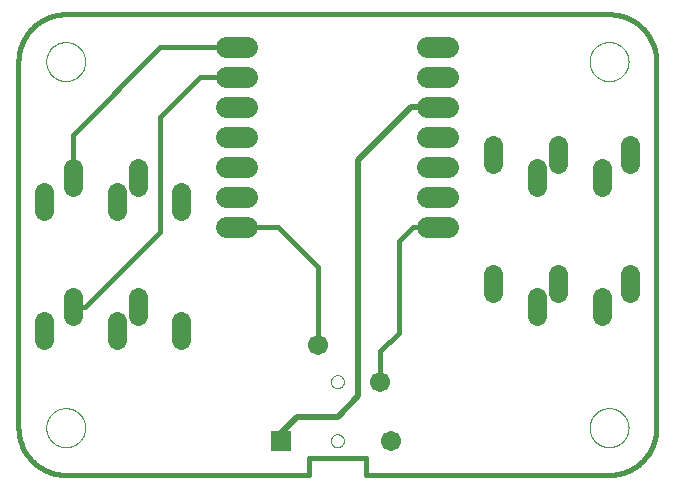
<source format=gtl>
G75*
%MOIN*%
%OFA0B0*%
%FSLAX25Y25*%
%IPPOS*%
%LPD*%
%AMOC8*
5,1,8,0,0,1.08239X$1,22.5*
%
%ADD10C,0.01600*%
%ADD11C,0.00000*%
%ADD12C,0.06337*%
%ADD13R,0.06731X0.06731*%
%ADD14C,0.06731*%
%ADD15C,0.07000*%
%ADD16C,0.02000*%
D10*
X0029642Y0013894D02*
X0110744Y0013894D01*
X0110744Y0019406D01*
X0129642Y0019406D01*
X0129642Y0013894D01*
X0210744Y0013894D01*
X0211125Y0013899D01*
X0211505Y0013912D01*
X0211885Y0013935D01*
X0212264Y0013968D01*
X0212642Y0014009D01*
X0213019Y0014059D01*
X0213395Y0014119D01*
X0213770Y0014187D01*
X0214142Y0014265D01*
X0214513Y0014352D01*
X0214881Y0014447D01*
X0215247Y0014552D01*
X0215610Y0014665D01*
X0215971Y0014787D01*
X0216328Y0014917D01*
X0216682Y0015057D01*
X0217033Y0015204D01*
X0217380Y0015361D01*
X0217723Y0015525D01*
X0218062Y0015698D01*
X0218397Y0015879D01*
X0218728Y0016068D01*
X0219053Y0016265D01*
X0219374Y0016469D01*
X0219690Y0016682D01*
X0220000Y0016902D01*
X0220306Y0017129D01*
X0220605Y0017364D01*
X0220899Y0017606D01*
X0221187Y0017854D01*
X0221469Y0018110D01*
X0221744Y0018373D01*
X0222013Y0018642D01*
X0222276Y0018917D01*
X0222532Y0019199D01*
X0222780Y0019487D01*
X0223022Y0019781D01*
X0223257Y0020080D01*
X0223484Y0020386D01*
X0223704Y0020696D01*
X0223917Y0021012D01*
X0224121Y0021333D01*
X0224318Y0021658D01*
X0224507Y0021989D01*
X0224688Y0022324D01*
X0224861Y0022663D01*
X0225025Y0023006D01*
X0225182Y0023353D01*
X0225329Y0023704D01*
X0225469Y0024058D01*
X0225599Y0024415D01*
X0225721Y0024776D01*
X0225834Y0025139D01*
X0225939Y0025505D01*
X0226034Y0025873D01*
X0226121Y0026244D01*
X0226199Y0026616D01*
X0226267Y0026991D01*
X0226327Y0027367D01*
X0226377Y0027744D01*
X0226418Y0028122D01*
X0226451Y0028501D01*
X0226474Y0028881D01*
X0226487Y0029261D01*
X0226492Y0029642D01*
X0226492Y0151689D01*
X0226487Y0152070D01*
X0226474Y0152450D01*
X0226451Y0152830D01*
X0226418Y0153209D01*
X0226377Y0153587D01*
X0226327Y0153964D01*
X0226267Y0154340D01*
X0226199Y0154715D01*
X0226121Y0155087D01*
X0226034Y0155458D01*
X0225939Y0155826D01*
X0225834Y0156192D01*
X0225721Y0156555D01*
X0225599Y0156916D01*
X0225469Y0157273D01*
X0225329Y0157627D01*
X0225182Y0157978D01*
X0225025Y0158325D01*
X0224861Y0158668D01*
X0224688Y0159007D01*
X0224507Y0159342D01*
X0224318Y0159673D01*
X0224121Y0159998D01*
X0223917Y0160319D01*
X0223704Y0160635D01*
X0223484Y0160945D01*
X0223257Y0161251D01*
X0223022Y0161550D01*
X0222780Y0161844D01*
X0222532Y0162132D01*
X0222276Y0162414D01*
X0222013Y0162689D01*
X0221744Y0162958D01*
X0221469Y0163221D01*
X0221187Y0163477D01*
X0220899Y0163725D01*
X0220605Y0163967D01*
X0220306Y0164202D01*
X0220000Y0164429D01*
X0219690Y0164649D01*
X0219374Y0164862D01*
X0219053Y0165066D01*
X0218728Y0165263D01*
X0218397Y0165452D01*
X0218062Y0165633D01*
X0217723Y0165806D01*
X0217380Y0165970D01*
X0217033Y0166127D01*
X0216682Y0166274D01*
X0216328Y0166414D01*
X0215971Y0166544D01*
X0215610Y0166666D01*
X0215247Y0166779D01*
X0214881Y0166884D01*
X0214513Y0166979D01*
X0214142Y0167066D01*
X0213770Y0167144D01*
X0213395Y0167212D01*
X0213019Y0167272D01*
X0212642Y0167322D01*
X0212264Y0167363D01*
X0211885Y0167396D01*
X0211505Y0167419D01*
X0211125Y0167432D01*
X0210744Y0167437D01*
X0029642Y0167437D01*
X0029261Y0167432D01*
X0028881Y0167419D01*
X0028501Y0167396D01*
X0028122Y0167363D01*
X0027744Y0167322D01*
X0027367Y0167272D01*
X0026991Y0167212D01*
X0026616Y0167144D01*
X0026244Y0167066D01*
X0025873Y0166979D01*
X0025505Y0166884D01*
X0025139Y0166779D01*
X0024776Y0166666D01*
X0024415Y0166544D01*
X0024058Y0166414D01*
X0023704Y0166274D01*
X0023353Y0166127D01*
X0023006Y0165970D01*
X0022663Y0165806D01*
X0022324Y0165633D01*
X0021989Y0165452D01*
X0021658Y0165263D01*
X0021333Y0165066D01*
X0021012Y0164862D01*
X0020696Y0164649D01*
X0020386Y0164429D01*
X0020080Y0164202D01*
X0019781Y0163967D01*
X0019487Y0163725D01*
X0019199Y0163477D01*
X0018917Y0163221D01*
X0018642Y0162958D01*
X0018373Y0162689D01*
X0018110Y0162414D01*
X0017854Y0162132D01*
X0017606Y0161844D01*
X0017364Y0161550D01*
X0017129Y0161251D01*
X0016902Y0160945D01*
X0016682Y0160635D01*
X0016469Y0160319D01*
X0016265Y0159998D01*
X0016068Y0159673D01*
X0015879Y0159342D01*
X0015698Y0159007D01*
X0015525Y0158668D01*
X0015361Y0158325D01*
X0015204Y0157978D01*
X0015057Y0157627D01*
X0014917Y0157273D01*
X0014787Y0156916D01*
X0014665Y0156555D01*
X0014552Y0156192D01*
X0014447Y0155826D01*
X0014352Y0155458D01*
X0014265Y0155087D01*
X0014187Y0154715D01*
X0014119Y0154340D01*
X0014059Y0153964D01*
X0014009Y0153587D01*
X0013968Y0153209D01*
X0013935Y0152830D01*
X0013912Y0152450D01*
X0013899Y0152070D01*
X0013894Y0151689D01*
X0013894Y0029642D01*
X0013899Y0029261D01*
X0013912Y0028881D01*
X0013935Y0028501D01*
X0013968Y0028122D01*
X0014009Y0027744D01*
X0014059Y0027367D01*
X0014119Y0026991D01*
X0014187Y0026616D01*
X0014265Y0026244D01*
X0014352Y0025873D01*
X0014447Y0025505D01*
X0014552Y0025139D01*
X0014665Y0024776D01*
X0014787Y0024415D01*
X0014917Y0024058D01*
X0015057Y0023704D01*
X0015204Y0023353D01*
X0015361Y0023006D01*
X0015525Y0022663D01*
X0015698Y0022324D01*
X0015879Y0021989D01*
X0016068Y0021658D01*
X0016265Y0021333D01*
X0016469Y0021012D01*
X0016682Y0020696D01*
X0016902Y0020386D01*
X0017129Y0020080D01*
X0017364Y0019781D01*
X0017606Y0019487D01*
X0017854Y0019199D01*
X0018110Y0018917D01*
X0018373Y0018642D01*
X0018642Y0018373D01*
X0018917Y0018110D01*
X0019199Y0017854D01*
X0019487Y0017606D01*
X0019781Y0017364D01*
X0020080Y0017129D01*
X0020386Y0016902D01*
X0020696Y0016682D01*
X0021012Y0016469D01*
X0021333Y0016265D01*
X0021658Y0016068D01*
X0021989Y0015879D01*
X0022324Y0015698D01*
X0022663Y0015525D01*
X0023006Y0015361D01*
X0023353Y0015204D01*
X0023704Y0015057D01*
X0024058Y0014917D01*
X0024415Y0014787D01*
X0024776Y0014665D01*
X0025139Y0014552D01*
X0025505Y0014447D01*
X0025873Y0014352D01*
X0026244Y0014265D01*
X0026616Y0014187D01*
X0026991Y0014119D01*
X0027367Y0014059D01*
X0027744Y0014009D01*
X0028122Y0013968D01*
X0028501Y0013935D01*
X0028881Y0013912D01*
X0029261Y0013899D01*
X0029642Y0013894D01*
X0032004Y0069996D02*
X0036066Y0069996D01*
X0060954Y0094884D01*
X0060954Y0133104D01*
X0074330Y0146480D01*
X0090193Y0146480D01*
X0090193Y0156480D02*
X0061190Y0156480D01*
X0032004Y0127294D01*
X0032004Y0112909D01*
X0090193Y0096480D02*
X0100567Y0096480D01*
X0113894Y0083154D01*
X0113894Y0057201D01*
X0134366Y0055066D02*
X0134366Y0044996D01*
X0134366Y0055066D02*
X0140573Y0061273D01*
X0140573Y0091800D01*
X0145253Y0096480D01*
X0150193Y0096480D01*
D11*
X0118028Y0044996D02*
X0118030Y0045089D01*
X0118036Y0045181D01*
X0118046Y0045273D01*
X0118060Y0045364D01*
X0118077Y0045455D01*
X0118099Y0045545D01*
X0118124Y0045634D01*
X0118153Y0045722D01*
X0118186Y0045808D01*
X0118223Y0045893D01*
X0118263Y0045977D01*
X0118307Y0046058D01*
X0118354Y0046138D01*
X0118404Y0046216D01*
X0118458Y0046291D01*
X0118515Y0046364D01*
X0118575Y0046434D01*
X0118638Y0046502D01*
X0118704Y0046567D01*
X0118772Y0046629D01*
X0118843Y0046689D01*
X0118917Y0046745D01*
X0118993Y0046798D01*
X0119071Y0046847D01*
X0119151Y0046894D01*
X0119233Y0046936D01*
X0119317Y0046976D01*
X0119402Y0047011D01*
X0119489Y0047043D01*
X0119577Y0047072D01*
X0119666Y0047096D01*
X0119756Y0047117D01*
X0119847Y0047133D01*
X0119939Y0047146D01*
X0120031Y0047155D01*
X0120124Y0047160D01*
X0120216Y0047161D01*
X0120309Y0047158D01*
X0120401Y0047151D01*
X0120493Y0047140D01*
X0120584Y0047125D01*
X0120675Y0047107D01*
X0120765Y0047084D01*
X0120853Y0047058D01*
X0120941Y0047028D01*
X0121027Y0046994D01*
X0121111Y0046957D01*
X0121194Y0046915D01*
X0121275Y0046871D01*
X0121355Y0046823D01*
X0121432Y0046772D01*
X0121506Y0046717D01*
X0121579Y0046659D01*
X0121649Y0046599D01*
X0121716Y0046535D01*
X0121780Y0046469D01*
X0121842Y0046399D01*
X0121900Y0046328D01*
X0121955Y0046254D01*
X0122007Y0046177D01*
X0122056Y0046098D01*
X0122102Y0046018D01*
X0122144Y0045935D01*
X0122182Y0045851D01*
X0122217Y0045765D01*
X0122248Y0045678D01*
X0122275Y0045590D01*
X0122298Y0045500D01*
X0122318Y0045410D01*
X0122334Y0045319D01*
X0122346Y0045227D01*
X0122354Y0045135D01*
X0122358Y0045042D01*
X0122358Y0044950D01*
X0122354Y0044857D01*
X0122346Y0044765D01*
X0122334Y0044673D01*
X0122318Y0044582D01*
X0122298Y0044492D01*
X0122275Y0044402D01*
X0122248Y0044314D01*
X0122217Y0044227D01*
X0122182Y0044141D01*
X0122144Y0044057D01*
X0122102Y0043974D01*
X0122056Y0043894D01*
X0122007Y0043815D01*
X0121955Y0043738D01*
X0121900Y0043664D01*
X0121842Y0043593D01*
X0121780Y0043523D01*
X0121716Y0043457D01*
X0121649Y0043393D01*
X0121579Y0043333D01*
X0121506Y0043275D01*
X0121432Y0043220D01*
X0121355Y0043169D01*
X0121276Y0043121D01*
X0121194Y0043077D01*
X0121111Y0043035D01*
X0121027Y0042998D01*
X0120941Y0042964D01*
X0120853Y0042934D01*
X0120765Y0042908D01*
X0120675Y0042885D01*
X0120584Y0042867D01*
X0120493Y0042852D01*
X0120401Y0042841D01*
X0120309Y0042834D01*
X0120216Y0042831D01*
X0120124Y0042832D01*
X0120031Y0042837D01*
X0119939Y0042846D01*
X0119847Y0042859D01*
X0119756Y0042875D01*
X0119666Y0042896D01*
X0119577Y0042920D01*
X0119489Y0042949D01*
X0119402Y0042981D01*
X0119317Y0043016D01*
X0119233Y0043056D01*
X0119151Y0043098D01*
X0119071Y0043145D01*
X0118993Y0043194D01*
X0118917Y0043247D01*
X0118843Y0043303D01*
X0118772Y0043363D01*
X0118704Y0043425D01*
X0118638Y0043490D01*
X0118575Y0043558D01*
X0118515Y0043628D01*
X0118458Y0043701D01*
X0118404Y0043776D01*
X0118354Y0043854D01*
X0118307Y0043934D01*
X0118263Y0044015D01*
X0118223Y0044099D01*
X0118186Y0044184D01*
X0118153Y0044270D01*
X0118124Y0044358D01*
X0118099Y0044447D01*
X0118077Y0044537D01*
X0118060Y0044628D01*
X0118046Y0044719D01*
X0118036Y0044811D01*
X0118030Y0044903D01*
X0118028Y0044996D01*
X0118028Y0025311D02*
X0118030Y0025404D01*
X0118036Y0025496D01*
X0118046Y0025588D01*
X0118060Y0025679D01*
X0118077Y0025770D01*
X0118099Y0025860D01*
X0118124Y0025949D01*
X0118153Y0026037D01*
X0118186Y0026123D01*
X0118223Y0026208D01*
X0118263Y0026292D01*
X0118307Y0026373D01*
X0118354Y0026453D01*
X0118404Y0026531D01*
X0118458Y0026606D01*
X0118515Y0026679D01*
X0118575Y0026749D01*
X0118638Y0026817D01*
X0118704Y0026882D01*
X0118772Y0026944D01*
X0118843Y0027004D01*
X0118917Y0027060D01*
X0118993Y0027113D01*
X0119071Y0027162D01*
X0119151Y0027209D01*
X0119233Y0027251D01*
X0119317Y0027291D01*
X0119402Y0027326D01*
X0119489Y0027358D01*
X0119577Y0027387D01*
X0119666Y0027411D01*
X0119756Y0027432D01*
X0119847Y0027448D01*
X0119939Y0027461D01*
X0120031Y0027470D01*
X0120124Y0027475D01*
X0120216Y0027476D01*
X0120309Y0027473D01*
X0120401Y0027466D01*
X0120493Y0027455D01*
X0120584Y0027440D01*
X0120675Y0027422D01*
X0120765Y0027399D01*
X0120853Y0027373D01*
X0120941Y0027343D01*
X0121027Y0027309D01*
X0121111Y0027272D01*
X0121194Y0027230D01*
X0121275Y0027186D01*
X0121355Y0027138D01*
X0121432Y0027087D01*
X0121506Y0027032D01*
X0121579Y0026974D01*
X0121649Y0026914D01*
X0121716Y0026850D01*
X0121780Y0026784D01*
X0121842Y0026714D01*
X0121900Y0026643D01*
X0121955Y0026569D01*
X0122007Y0026492D01*
X0122056Y0026413D01*
X0122102Y0026333D01*
X0122144Y0026250D01*
X0122182Y0026166D01*
X0122217Y0026080D01*
X0122248Y0025993D01*
X0122275Y0025905D01*
X0122298Y0025815D01*
X0122318Y0025725D01*
X0122334Y0025634D01*
X0122346Y0025542D01*
X0122354Y0025450D01*
X0122358Y0025357D01*
X0122358Y0025265D01*
X0122354Y0025172D01*
X0122346Y0025080D01*
X0122334Y0024988D01*
X0122318Y0024897D01*
X0122298Y0024807D01*
X0122275Y0024717D01*
X0122248Y0024629D01*
X0122217Y0024542D01*
X0122182Y0024456D01*
X0122144Y0024372D01*
X0122102Y0024289D01*
X0122056Y0024209D01*
X0122007Y0024130D01*
X0121955Y0024053D01*
X0121900Y0023979D01*
X0121842Y0023908D01*
X0121780Y0023838D01*
X0121716Y0023772D01*
X0121649Y0023708D01*
X0121579Y0023648D01*
X0121506Y0023590D01*
X0121432Y0023535D01*
X0121355Y0023484D01*
X0121276Y0023436D01*
X0121194Y0023392D01*
X0121111Y0023350D01*
X0121027Y0023313D01*
X0120941Y0023279D01*
X0120853Y0023249D01*
X0120765Y0023223D01*
X0120675Y0023200D01*
X0120584Y0023182D01*
X0120493Y0023167D01*
X0120401Y0023156D01*
X0120309Y0023149D01*
X0120216Y0023146D01*
X0120124Y0023147D01*
X0120031Y0023152D01*
X0119939Y0023161D01*
X0119847Y0023174D01*
X0119756Y0023190D01*
X0119666Y0023211D01*
X0119577Y0023235D01*
X0119489Y0023264D01*
X0119402Y0023296D01*
X0119317Y0023331D01*
X0119233Y0023371D01*
X0119151Y0023413D01*
X0119071Y0023460D01*
X0118993Y0023509D01*
X0118917Y0023562D01*
X0118843Y0023618D01*
X0118772Y0023678D01*
X0118704Y0023740D01*
X0118638Y0023805D01*
X0118575Y0023873D01*
X0118515Y0023943D01*
X0118458Y0024016D01*
X0118404Y0024091D01*
X0118354Y0024169D01*
X0118307Y0024249D01*
X0118263Y0024330D01*
X0118223Y0024414D01*
X0118186Y0024499D01*
X0118153Y0024585D01*
X0118124Y0024673D01*
X0118099Y0024762D01*
X0118077Y0024852D01*
X0118060Y0024943D01*
X0118046Y0025034D01*
X0118036Y0025126D01*
X0118030Y0025218D01*
X0118028Y0025311D01*
X0023142Y0029642D02*
X0023144Y0029803D01*
X0023150Y0029963D01*
X0023160Y0030124D01*
X0023174Y0030284D01*
X0023192Y0030444D01*
X0023213Y0030603D01*
X0023239Y0030762D01*
X0023269Y0030920D01*
X0023302Y0031077D01*
X0023340Y0031234D01*
X0023381Y0031389D01*
X0023426Y0031543D01*
X0023475Y0031696D01*
X0023528Y0031848D01*
X0023584Y0031999D01*
X0023645Y0032148D01*
X0023708Y0032296D01*
X0023776Y0032442D01*
X0023847Y0032586D01*
X0023921Y0032728D01*
X0023999Y0032869D01*
X0024081Y0033007D01*
X0024166Y0033144D01*
X0024254Y0033278D01*
X0024346Y0033410D01*
X0024441Y0033540D01*
X0024539Y0033668D01*
X0024640Y0033793D01*
X0024744Y0033915D01*
X0024851Y0034035D01*
X0024961Y0034152D01*
X0025074Y0034267D01*
X0025190Y0034378D01*
X0025309Y0034487D01*
X0025430Y0034592D01*
X0025554Y0034695D01*
X0025680Y0034795D01*
X0025808Y0034891D01*
X0025939Y0034984D01*
X0026073Y0035074D01*
X0026208Y0035161D01*
X0026346Y0035244D01*
X0026485Y0035324D01*
X0026627Y0035400D01*
X0026770Y0035473D01*
X0026915Y0035542D01*
X0027062Y0035608D01*
X0027210Y0035670D01*
X0027360Y0035728D01*
X0027511Y0035783D01*
X0027664Y0035834D01*
X0027818Y0035881D01*
X0027973Y0035924D01*
X0028129Y0035963D01*
X0028285Y0035999D01*
X0028443Y0036030D01*
X0028601Y0036058D01*
X0028760Y0036082D01*
X0028920Y0036102D01*
X0029080Y0036118D01*
X0029240Y0036130D01*
X0029401Y0036138D01*
X0029562Y0036142D01*
X0029722Y0036142D01*
X0029883Y0036138D01*
X0030044Y0036130D01*
X0030204Y0036118D01*
X0030364Y0036102D01*
X0030524Y0036082D01*
X0030683Y0036058D01*
X0030841Y0036030D01*
X0030999Y0035999D01*
X0031155Y0035963D01*
X0031311Y0035924D01*
X0031466Y0035881D01*
X0031620Y0035834D01*
X0031773Y0035783D01*
X0031924Y0035728D01*
X0032074Y0035670D01*
X0032222Y0035608D01*
X0032369Y0035542D01*
X0032514Y0035473D01*
X0032657Y0035400D01*
X0032799Y0035324D01*
X0032938Y0035244D01*
X0033076Y0035161D01*
X0033211Y0035074D01*
X0033345Y0034984D01*
X0033476Y0034891D01*
X0033604Y0034795D01*
X0033730Y0034695D01*
X0033854Y0034592D01*
X0033975Y0034487D01*
X0034094Y0034378D01*
X0034210Y0034267D01*
X0034323Y0034152D01*
X0034433Y0034035D01*
X0034540Y0033915D01*
X0034644Y0033793D01*
X0034745Y0033668D01*
X0034843Y0033540D01*
X0034938Y0033410D01*
X0035030Y0033278D01*
X0035118Y0033144D01*
X0035203Y0033007D01*
X0035285Y0032869D01*
X0035363Y0032728D01*
X0035437Y0032586D01*
X0035508Y0032442D01*
X0035576Y0032296D01*
X0035639Y0032148D01*
X0035700Y0031999D01*
X0035756Y0031848D01*
X0035809Y0031696D01*
X0035858Y0031543D01*
X0035903Y0031389D01*
X0035944Y0031234D01*
X0035982Y0031077D01*
X0036015Y0030920D01*
X0036045Y0030762D01*
X0036071Y0030603D01*
X0036092Y0030444D01*
X0036110Y0030284D01*
X0036124Y0030124D01*
X0036134Y0029963D01*
X0036140Y0029803D01*
X0036142Y0029642D01*
X0036140Y0029481D01*
X0036134Y0029321D01*
X0036124Y0029160D01*
X0036110Y0029000D01*
X0036092Y0028840D01*
X0036071Y0028681D01*
X0036045Y0028522D01*
X0036015Y0028364D01*
X0035982Y0028207D01*
X0035944Y0028050D01*
X0035903Y0027895D01*
X0035858Y0027741D01*
X0035809Y0027588D01*
X0035756Y0027436D01*
X0035700Y0027285D01*
X0035639Y0027136D01*
X0035576Y0026988D01*
X0035508Y0026842D01*
X0035437Y0026698D01*
X0035363Y0026556D01*
X0035285Y0026415D01*
X0035203Y0026277D01*
X0035118Y0026140D01*
X0035030Y0026006D01*
X0034938Y0025874D01*
X0034843Y0025744D01*
X0034745Y0025616D01*
X0034644Y0025491D01*
X0034540Y0025369D01*
X0034433Y0025249D01*
X0034323Y0025132D01*
X0034210Y0025017D01*
X0034094Y0024906D01*
X0033975Y0024797D01*
X0033854Y0024692D01*
X0033730Y0024589D01*
X0033604Y0024489D01*
X0033476Y0024393D01*
X0033345Y0024300D01*
X0033211Y0024210D01*
X0033076Y0024123D01*
X0032938Y0024040D01*
X0032799Y0023960D01*
X0032657Y0023884D01*
X0032514Y0023811D01*
X0032369Y0023742D01*
X0032222Y0023676D01*
X0032074Y0023614D01*
X0031924Y0023556D01*
X0031773Y0023501D01*
X0031620Y0023450D01*
X0031466Y0023403D01*
X0031311Y0023360D01*
X0031155Y0023321D01*
X0030999Y0023285D01*
X0030841Y0023254D01*
X0030683Y0023226D01*
X0030524Y0023202D01*
X0030364Y0023182D01*
X0030204Y0023166D01*
X0030044Y0023154D01*
X0029883Y0023146D01*
X0029722Y0023142D01*
X0029562Y0023142D01*
X0029401Y0023146D01*
X0029240Y0023154D01*
X0029080Y0023166D01*
X0028920Y0023182D01*
X0028760Y0023202D01*
X0028601Y0023226D01*
X0028443Y0023254D01*
X0028285Y0023285D01*
X0028129Y0023321D01*
X0027973Y0023360D01*
X0027818Y0023403D01*
X0027664Y0023450D01*
X0027511Y0023501D01*
X0027360Y0023556D01*
X0027210Y0023614D01*
X0027062Y0023676D01*
X0026915Y0023742D01*
X0026770Y0023811D01*
X0026627Y0023884D01*
X0026485Y0023960D01*
X0026346Y0024040D01*
X0026208Y0024123D01*
X0026073Y0024210D01*
X0025939Y0024300D01*
X0025808Y0024393D01*
X0025680Y0024489D01*
X0025554Y0024589D01*
X0025430Y0024692D01*
X0025309Y0024797D01*
X0025190Y0024906D01*
X0025074Y0025017D01*
X0024961Y0025132D01*
X0024851Y0025249D01*
X0024744Y0025369D01*
X0024640Y0025491D01*
X0024539Y0025616D01*
X0024441Y0025744D01*
X0024346Y0025874D01*
X0024254Y0026006D01*
X0024166Y0026140D01*
X0024081Y0026277D01*
X0023999Y0026415D01*
X0023921Y0026556D01*
X0023847Y0026698D01*
X0023776Y0026842D01*
X0023708Y0026988D01*
X0023645Y0027136D01*
X0023584Y0027285D01*
X0023528Y0027436D01*
X0023475Y0027588D01*
X0023426Y0027741D01*
X0023381Y0027895D01*
X0023340Y0028050D01*
X0023302Y0028207D01*
X0023269Y0028364D01*
X0023239Y0028522D01*
X0023213Y0028681D01*
X0023192Y0028840D01*
X0023174Y0029000D01*
X0023160Y0029160D01*
X0023150Y0029321D01*
X0023144Y0029481D01*
X0023142Y0029642D01*
X0023142Y0151689D02*
X0023144Y0151850D01*
X0023150Y0152010D01*
X0023160Y0152171D01*
X0023174Y0152331D01*
X0023192Y0152491D01*
X0023213Y0152650D01*
X0023239Y0152809D01*
X0023269Y0152967D01*
X0023302Y0153124D01*
X0023340Y0153281D01*
X0023381Y0153436D01*
X0023426Y0153590D01*
X0023475Y0153743D01*
X0023528Y0153895D01*
X0023584Y0154046D01*
X0023645Y0154195D01*
X0023708Y0154343D01*
X0023776Y0154489D01*
X0023847Y0154633D01*
X0023921Y0154775D01*
X0023999Y0154916D01*
X0024081Y0155054D01*
X0024166Y0155191D01*
X0024254Y0155325D01*
X0024346Y0155457D01*
X0024441Y0155587D01*
X0024539Y0155715D01*
X0024640Y0155840D01*
X0024744Y0155962D01*
X0024851Y0156082D01*
X0024961Y0156199D01*
X0025074Y0156314D01*
X0025190Y0156425D01*
X0025309Y0156534D01*
X0025430Y0156639D01*
X0025554Y0156742D01*
X0025680Y0156842D01*
X0025808Y0156938D01*
X0025939Y0157031D01*
X0026073Y0157121D01*
X0026208Y0157208D01*
X0026346Y0157291D01*
X0026485Y0157371D01*
X0026627Y0157447D01*
X0026770Y0157520D01*
X0026915Y0157589D01*
X0027062Y0157655D01*
X0027210Y0157717D01*
X0027360Y0157775D01*
X0027511Y0157830D01*
X0027664Y0157881D01*
X0027818Y0157928D01*
X0027973Y0157971D01*
X0028129Y0158010D01*
X0028285Y0158046D01*
X0028443Y0158077D01*
X0028601Y0158105D01*
X0028760Y0158129D01*
X0028920Y0158149D01*
X0029080Y0158165D01*
X0029240Y0158177D01*
X0029401Y0158185D01*
X0029562Y0158189D01*
X0029722Y0158189D01*
X0029883Y0158185D01*
X0030044Y0158177D01*
X0030204Y0158165D01*
X0030364Y0158149D01*
X0030524Y0158129D01*
X0030683Y0158105D01*
X0030841Y0158077D01*
X0030999Y0158046D01*
X0031155Y0158010D01*
X0031311Y0157971D01*
X0031466Y0157928D01*
X0031620Y0157881D01*
X0031773Y0157830D01*
X0031924Y0157775D01*
X0032074Y0157717D01*
X0032222Y0157655D01*
X0032369Y0157589D01*
X0032514Y0157520D01*
X0032657Y0157447D01*
X0032799Y0157371D01*
X0032938Y0157291D01*
X0033076Y0157208D01*
X0033211Y0157121D01*
X0033345Y0157031D01*
X0033476Y0156938D01*
X0033604Y0156842D01*
X0033730Y0156742D01*
X0033854Y0156639D01*
X0033975Y0156534D01*
X0034094Y0156425D01*
X0034210Y0156314D01*
X0034323Y0156199D01*
X0034433Y0156082D01*
X0034540Y0155962D01*
X0034644Y0155840D01*
X0034745Y0155715D01*
X0034843Y0155587D01*
X0034938Y0155457D01*
X0035030Y0155325D01*
X0035118Y0155191D01*
X0035203Y0155054D01*
X0035285Y0154916D01*
X0035363Y0154775D01*
X0035437Y0154633D01*
X0035508Y0154489D01*
X0035576Y0154343D01*
X0035639Y0154195D01*
X0035700Y0154046D01*
X0035756Y0153895D01*
X0035809Y0153743D01*
X0035858Y0153590D01*
X0035903Y0153436D01*
X0035944Y0153281D01*
X0035982Y0153124D01*
X0036015Y0152967D01*
X0036045Y0152809D01*
X0036071Y0152650D01*
X0036092Y0152491D01*
X0036110Y0152331D01*
X0036124Y0152171D01*
X0036134Y0152010D01*
X0036140Y0151850D01*
X0036142Y0151689D01*
X0036140Y0151528D01*
X0036134Y0151368D01*
X0036124Y0151207D01*
X0036110Y0151047D01*
X0036092Y0150887D01*
X0036071Y0150728D01*
X0036045Y0150569D01*
X0036015Y0150411D01*
X0035982Y0150254D01*
X0035944Y0150097D01*
X0035903Y0149942D01*
X0035858Y0149788D01*
X0035809Y0149635D01*
X0035756Y0149483D01*
X0035700Y0149332D01*
X0035639Y0149183D01*
X0035576Y0149035D01*
X0035508Y0148889D01*
X0035437Y0148745D01*
X0035363Y0148603D01*
X0035285Y0148462D01*
X0035203Y0148324D01*
X0035118Y0148187D01*
X0035030Y0148053D01*
X0034938Y0147921D01*
X0034843Y0147791D01*
X0034745Y0147663D01*
X0034644Y0147538D01*
X0034540Y0147416D01*
X0034433Y0147296D01*
X0034323Y0147179D01*
X0034210Y0147064D01*
X0034094Y0146953D01*
X0033975Y0146844D01*
X0033854Y0146739D01*
X0033730Y0146636D01*
X0033604Y0146536D01*
X0033476Y0146440D01*
X0033345Y0146347D01*
X0033211Y0146257D01*
X0033076Y0146170D01*
X0032938Y0146087D01*
X0032799Y0146007D01*
X0032657Y0145931D01*
X0032514Y0145858D01*
X0032369Y0145789D01*
X0032222Y0145723D01*
X0032074Y0145661D01*
X0031924Y0145603D01*
X0031773Y0145548D01*
X0031620Y0145497D01*
X0031466Y0145450D01*
X0031311Y0145407D01*
X0031155Y0145368D01*
X0030999Y0145332D01*
X0030841Y0145301D01*
X0030683Y0145273D01*
X0030524Y0145249D01*
X0030364Y0145229D01*
X0030204Y0145213D01*
X0030044Y0145201D01*
X0029883Y0145193D01*
X0029722Y0145189D01*
X0029562Y0145189D01*
X0029401Y0145193D01*
X0029240Y0145201D01*
X0029080Y0145213D01*
X0028920Y0145229D01*
X0028760Y0145249D01*
X0028601Y0145273D01*
X0028443Y0145301D01*
X0028285Y0145332D01*
X0028129Y0145368D01*
X0027973Y0145407D01*
X0027818Y0145450D01*
X0027664Y0145497D01*
X0027511Y0145548D01*
X0027360Y0145603D01*
X0027210Y0145661D01*
X0027062Y0145723D01*
X0026915Y0145789D01*
X0026770Y0145858D01*
X0026627Y0145931D01*
X0026485Y0146007D01*
X0026346Y0146087D01*
X0026208Y0146170D01*
X0026073Y0146257D01*
X0025939Y0146347D01*
X0025808Y0146440D01*
X0025680Y0146536D01*
X0025554Y0146636D01*
X0025430Y0146739D01*
X0025309Y0146844D01*
X0025190Y0146953D01*
X0025074Y0147064D01*
X0024961Y0147179D01*
X0024851Y0147296D01*
X0024744Y0147416D01*
X0024640Y0147538D01*
X0024539Y0147663D01*
X0024441Y0147791D01*
X0024346Y0147921D01*
X0024254Y0148053D01*
X0024166Y0148187D01*
X0024081Y0148324D01*
X0023999Y0148462D01*
X0023921Y0148603D01*
X0023847Y0148745D01*
X0023776Y0148889D01*
X0023708Y0149035D01*
X0023645Y0149183D01*
X0023584Y0149332D01*
X0023528Y0149483D01*
X0023475Y0149635D01*
X0023426Y0149788D01*
X0023381Y0149942D01*
X0023340Y0150097D01*
X0023302Y0150254D01*
X0023269Y0150411D01*
X0023239Y0150569D01*
X0023213Y0150728D01*
X0023192Y0150887D01*
X0023174Y0151047D01*
X0023160Y0151207D01*
X0023150Y0151368D01*
X0023144Y0151528D01*
X0023142Y0151689D01*
X0204244Y0151689D02*
X0204246Y0151850D01*
X0204252Y0152010D01*
X0204262Y0152171D01*
X0204276Y0152331D01*
X0204294Y0152491D01*
X0204315Y0152650D01*
X0204341Y0152809D01*
X0204371Y0152967D01*
X0204404Y0153124D01*
X0204442Y0153281D01*
X0204483Y0153436D01*
X0204528Y0153590D01*
X0204577Y0153743D01*
X0204630Y0153895D01*
X0204686Y0154046D01*
X0204747Y0154195D01*
X0204810Y0154343D01*
X0204878Y0154489D01*
X0204949Y0154633D01*
X0205023Y0154775D01*
X0205101Y0154916D01*
X0205183Y0155054D01*
X0205268Y0155191D01*
X0205356Y0155325D01*
X0205448Y0155457D01*
X0205543Y0155587D01*
X0205641Y0155715D01*
X0205742Y0155840D01*
X0205846Y0155962D01*
X0205953Y0156082D01*
X0206063Y0156199D01*
X0206176Y0156314D01*
X0206292Y0156425D01*
X0206411Y0156534D01*
X0206532Y0156639D01*
X0206656Y0156742D01*
X0206782Y0156842D01*
X0206910Y0156938D01*
X0207041Y0157031D01*
X0207175Y0157121D01*
X0207310Y0157208D01*
X0207448Y0157291D01*
X0207587Y0157371D01*
X0207729Y0157447D01*
X0207872Y0157520D01*
X0208017Y0157589D01*
X0208164Y0157655D01*
X0208312Y0157717D01*
X0208462Y0157775D01*
X0208613Y0157830D01*
X0208766Y0157881D01*
X0208920Y0157928D01*
X0209075Y0157971D01*
X0209231Y0158010D01*
X0209387Y0158046D01*
X0209545Y0158077D01*
X0209703Y0158105D01*
X0209862Y0158129D01*
X0210022Y0158149D01*
X0210182Y0158165D01*
X0210342Y0158177D01*
X0210503Y0158185D01*
X0210664Y0158189D01*
X0210824Y0158189D01*
X0210985Y0158185D01*
X0211146Y0158177D01*
X0211306Y0158165D01*
X0211466Y0158149D01*
X0211626Y0158129D01*
X0211785Y0158105D01*
X0211943Y0158077D01*
X0212101Y0158046D01*
X0212257Y0158010D01*
X0212413Y0157971D01*
X0212568Y0157928D01*
X0212722Y0157881D01*
X0212875Y0157830D01*
X0213026Y0157775D01*
X0213176Y0157717D01*
X0213324Y0157655D01*
X0213471Y0157589D01*
X0213616Y0157520D01*
X0213759Y0157447D01*
X0213901Y0157371D01*
X0214040Y0157291D01*
X0214178Y0157208D01*
X0214313Y0157121D01*
X0214447Y0157031D01*
X0214578Y0156938D01*
X0214706Y0156842D01*
X0214832Y0156742D01*
X0214956Y0156639D01*
X0215077Y0156534D01*
X0215196Y0156425D01*
X0215312Y0156314D01*
X0215425Y0156199D01*
X0215535Y0156082D01*
X0215642Y0155962D01*
X0215746Y0155840D01*
X0215847Y0155715D01*
X0215945Y0155587D01*
X0216040Y0155457D01*
X0216132Y0155325D01*
X0216220Y0155191D01*
X0216305Y0155054D01*
X0216387Y0154916D01*
X0216465Y0154775D01*
X0216539Y0154633D01*
X0216610Y0154489D01*
X0216678Y0154343D01*
X0216741Y0154195D01*
X0216802Y0154046D01*
X0216858Y0153895D01*
X0216911Y0153743D01*
X0216960Y0153590D01*
X0217005Y0153436D01*
X0217046Y0153281D01*
X0217084Y0153124D01*
X0217117Y0152967D01*
X0217147Y0152809D01*
X0217173Y0152650D01*
X0217194Y0152491D01*
X0217212Y0152331D01*
X0217226Y0152171D01*
X0217236Y0152010D01*
X0217242Y0151850D01*
X0217244Y0151689D01*
X0217242Y0151528D01*
X0217236Y0151368D01*
X0217226Y0151207D01*
X0217212Y0151047D01*
X0217194Y0150887D01*
X0217173Y0150728D01*
X0217147Y0150569D01*
X0217117Y0150411D01*
X0217084Y0150254D01*
X0217046Y0150097D01*
X0217005Y0149942D01*
X0216960Y0149788D01*
X0216911Y0149635D01*
X0216858Y0149483D01*
X0216802Y0149332D01*
X0216741Y0149183D01*
X0216678Y0149035D01*
X0216610Y0148889D01*
X0216539Y0148745D01*
X0216465Y0148603D01*
X0216387Y0148462D01*
X0216305Y0148324D01*
X0216220Y0148187D01*
X0216132Y0148053D01*
X0216040Y0147921D01*
X0215945Y0147791D01*
X0215847Y0147663D01*
X0215746Y0147538D01*
X0215642Y0147416D01*
X0215535Y0147296D01*
X0215425Y0147179D01*
X0215312Y0147064D01*
X0215196Y0146953D01*
X0215077Y0146844D01*
X0214956Y0146739D01*
X0214832Y0146636D01*
X0214706Y0146536D01*
X0214578Y0146440D01*
X0214447Y0146347D01*
X0214313Y0146257D01*
X0214178Y0146170D01*
X0214040Y0146087D01*
X0213901Y0146007D01*
X0213759Y0145931D01*
X0213616Y0145858D01*
X0213471Y0145789D01*
X0213324Y0145723D01*
X0213176Y0145661D01*
X0213026Y0145603D01*
X0212875Y0145548D01*
X0212722Y0145497D01*
X0212568Y0145450D01*
X0212413Y0145407D01*
X0212257Y0145368D01*
X0212101Y0145332D01*
X0211943Y0145301D01*
X0211785Y0145273D01*
X0211626Y0145249D01*
X0211466Y0145229D01*
X0211306Y0145213D01*
X0211146Y0145201D01*
X0210985Y0145193D01*
X0210824Y0145189D01*
X0210664Y0145189D01*
X0210503Y0145193D01*
X0210342Y0145201D01*
X0210182Y0145213D01*
X0210022Y0145229D01*
X0209862Y0145249D01*
X0209703Y0145273D01*
X0209545Y0145301D01*
X0209387Y0145332D01*
X0209231Y0145368D01*
X0209075Y0145407D01*
X0208920Y0145450D01*
X0208766Y0145497D01*
X0208613Y0145548D01*
X0208462Y0145603D01*
X0208312Y0145661D01*
X0208164Y0145723D01*
X0208017Y0145789D01*
X0207872Y0145858D01*
X0207729Y0145931D01*
X0207587Y0146007D01*
X0207448Y0146087D01*
X0207310Y0146170D01*
X0207175Y0146257D01*
X0207041Y0146347D01*
X0206910Y0146440D01*
X0206782Y0146536D01*
X0206656Y0146636D01*
X0206532Y0146739D01*
X0206411Y0146844D01*
X0206292Y0146953D01*
X0206176Y0147064D01*
X0206063Y0147179D01*
X0205953Y0147296D01*
X0205846Y0147416D01*
X0205742Y0147538D01*
X0205641Y0147663D01*
X0205543Y0147791D01*
X0205448Y0147921D01*
X0205356Y0148053D01*
X0205268Y0148187D01*
X0205183Y0148324D01*
X0205101Y0148462D01*
X0205023Y0148603D01*
X0204949Y0148745D01*
X0204878Y0148889D01*
X0204810Y0149035D01*
X0204747Y0149183D01*
X0204686Y0149332D01*
X0204630Y0149483D01*
X0204577Y0149635D01*
X0204528Y0149788D01*
X0204483Y0149942D01*
X0204442Y0150097D01*
X0204404Y0150254D01*
X0204371Y0150411D01*
X0204341Y0150569D01*
X0204315Y0150728D01*
X0204294Y0150887D01*
X0204276Y0151047D01*
X0204262Y0151207D01*
X0204252Y0151368D01*
X0204246Y0151528D01*
X0204244Y0151689D01*
X0204244Y0029642D02*
X0204246Y0029803D01*
X0204252Y0029963D01*
X0204262Y0030124D01*
X0204276Y0030284D01*
X0204294Y0030444D01*
X0204315Y0030603D01*
X0204341Y0030762D01*
X0204371Y0030920D01*
X0204404Y0031077D01*
X0204442Y0031234D01*
X0204483Y0031389D01*
X0204528Y0031543D01*
X0204577Y0031696D01*
X0204630Y0031848D01*
X0204686Y0031999D01*
X0204747Y0032148D01*
X0204810Y0032296D01*
X0204878Y0032442D01*
X0204949Y0032586D01*
X0205023Y0032728D01*
X0205101Y0032869D01*
X0205183Y0033007D01*
X0205268Y0033144D01*
X0205356Y0033278D01*
X0205448Y0033410D01*
X0205543Y0033540D01*
X0205641Y0033668D01*
X0205742Y0033793D01*
X0205846Y0033915D01*
X0205953Y0034035D01*
X0206063Y0034152D01*
X0206176Y0034267D01*
X0206292Y0034378D01*
X0206411Y0034487D01*
X0206532Y0034592D01*
X0206656Y0034695D01*
X0206782Y0034795D01*
X0206910Y0034891D01*
X0207041Y0034984D01*
X0207175Y0035074D01*
X0207310Y0035161D01*
X0207448Y0035244D01*
X0207587Y0035324D01*
X0207729Y0035400D01*
X0207872Y0035473D01*
X0208017Y0035542D01*
X0208164Y0035608D01*
X0208312Y0035670D01*
X0208462Y0035728D01*
X0208613Y0035783D01*
X0208766Y0035834D01*
X0208920Y0035881D01*
X0209075Y0035924D01*
X0209231Y0035963D01*
X0209387Y0035999D01*
X0209545Y0036030D01*
X0209703Y0036058D01*
X0209862Y0036082D01*
X0210022Y0036102D01*
X0210182Y0036118D01*
X0210342Y0036130D01*
X0210503Y0036138D01*
X0210664Y0036142D01*
X0210824Y0036142D01*
X0210985Y0036138D01*
X0211146Y0036130D01*
X0211306Y0036118D01*
X0211466Y0036102D01*
X0211626Y0036082D01*
X0211785Y0036058D01*
X0211943Y0036030D01*
X0212101Y0035999D01*
X0212257Y0035963D01*
X0212413Y0035924D01*
X0212568Y0035881D01*
X0212722Y0035834D01*
X0212875Y0035783D01*
X0213026Y0035728D01*
X0213176Y0035670D01*
X0213324Y0035608D01*
X0213471Y0035542D01*
X0213616Y0035473D01*
X0213759Y0035400D01*
X0213901Y0035324D01*
X0214040Y0035244D01*
X0214178Y0035161D01*
X0214313Y0035074D01*
X0214447Y0034984D01*
X0214578Y0034891D01*
X0214706Y0034795D01*
X0214832Y0034695D01*
X0214956Y0034592D01*
X0215077Y0034487D01*
X0215196Y0034378D01*
X0215312Y0034267D01*
X0215425Y0034152D01*
X0215535Y0034035D01*
X0215642Y0033915D01*
X0215746Y0033793D01*
X0215847Y0033668D01*
X0215945Y0033540D01*
X0216040Y0033410D01*
X0216132Y0033278D01*
X0216220Y0033144D01*
X0216305Y0033007D01*
X0216387Y0032869D01*
X0216465Y0032728D01*
X0216539Y0032586D01*
X0216610Y0032442D01*
X0216678Y0032296D01*
X0216741Y0032148D01*
X0216802Y0031999D01*
X0216858Y0031848D01*
X0216911Y0031696D01*
X0216960Y0031543D01*
X0217005Y0031389D01*
X0217046Y0031234D01*
X0217084Y0031077D01*
X0217117Y0030920D01*
X0217147Y0030762D01*
X0217173Y0030603D01*
X0217194Y0030444D01*
X0217212Y0030284D01*
X0217226Y0030124D01*
X0217236Y0029963D01*
X0217242Y0029803D01*
X0217244Y0029642D01*
X0217242Y0029481D01*
X0217236Y0029321D01*
X0217226Y0029160D01*
X0217212Y0029000D01*
X0217194Y0028840D01*
X0217173Y0028681D01*
X0217147Y0028522D01*
X0217117Y0028364D01*
X0217084Y0028207D01*
X0217046Y0028050D01*
X0217005Y0027895D01*
X0216960Y0027741D01*
X0216911Y0027588D01*
X0216858Y0027436D01*
X0216802Y0027285D01*
X0216741Y0027136D01*
X0216678Y0026988D01*
X0216610Y0026842D01*
X0216539Y0026698D01*
X0216465Y0026556D01*
X0216387Y0026415D01*
X0216305Y0026277D01*
X0216220Y0026140D01*
X0216132Y0026006D01*
X0216040Y0025874D01*
X0215945Y0025744D01*
X0215847Y0025616D01*
X0215746Y0025491D01*
X0215642Y0025369D01*
X0215535Y0025249D01*
X0215425Y0025132D01*
X0215312Y0025017D01*
X0215196Y0024906D01*
X0215077Y0024797D01*
X0214956Y0024692D01*
X0214832Y0024589D01*
X0214706Y0024489D01*
X0214578Y0024393D01*
X0214447Y0024300D01*
X0214313Y0024210D01*
X0214178Y0024123D01*
X0214040Y0024040D01*
X0213901Y0023960D01*
X0213759Y0023884D01*
X0213616Y0023811D01*
X0213471Y0023742D01*
X0213324Y0023676D01*
X0213176Y0023614D01*
X0213026Y0023556D01*
X0212875Y0023501D01*
X0212722Y0023450D01*
X0212568Y0023403D01*
X0212413Y0023360D01*
X0212257Y0023321D01*
X0212101Y0023285D01*
X0211943Y0023254D01*
X0211785Y0023226D01*
X0211626Y0023202D01*
X0211466Y0023182D01*
X0211306Y0023166D01*
X0211146Y0023154D01*
X0210985Y0023146D01*
X0210824Y0023142D01*
X0210664Y0023142D01*
X0210503Y0023146D01*
X0210342Y0023154D01*
X0210182Y0023166D01*
X0210022Y0023182D01*
X0209862Y0023202D01*
X0209703Y0023226D01*
X0209545Y0023254D01*
X0209387Y0023285D01*
X0209231Y0023321D01*
X0209075Y0023360D01*
X0208920Y0023403D01*
X0208766Y0023450D01*
X0208613Y0023501D01*
X0208462Y0023556D01*
X0208312Y0023614D01*
X0208164Y0023676D01*
X0208017Y0023742D01*
X0207872Y0023811D01*
X0207729Y0023884D01*
X0207587Y0023960D01*
X0207448Y0024040D01*
X0207310Y0024123D01*
X0207175Y0024210D01*
X0207041Y0024300D01*
X0206910Y0024393D01*
X0206782Y0024489D01*
X0206656Y0024589D01*
X0206532Y0024692D01*
X0206411Y0024797D01*
X0206292Y0024906D01*
X0206176Y0025017D01*
X0206063Y0025132D01*
X0205953Y0025249D01*
X0205846Y0025369D01*
X0205742Y0025491D01*
X0205641Y0025616D01*
X0205543Y0025744D01*
X0205448Y0025874D01*
X0205356Y0026006D01*
X0205268Y0026140D01*
X0205183Y0026277D01*
X0205101Y0026415D01*
X0205023Y0026556D01*
X0204949Y0026698D01*
X0204878Y0026842D01*
X0204810Y0026988D01*
X0204747Y0027136D01*
X0204686Y0027285D01*
X0204630Y0027436D01*
X0204577Y0027588D01*
X0204528Y0027741D01*
X0204483Y0027895D01*
X0204442Y0028050D01*
X0204404Y0028207D01*
X0204371Y0028364D01*
X0204341Y0028522D01*
X0204315Y0028681D01*
X0204294Y0028840D01*
X0204276Y0029000D01*
X0204262Y0029160D01*
X0204252Y0029321D01*
X0204246Y0029481D01*
X0204244Y0029642D01*
D12*
X0208382Y0066828D02*
X0208382Y0073165D01*
X0217831Y0074702D02*
X0217831Y0081039D01*
X0193815Y0081039D02*
X0193815Y0074702D01*
X0186728Y0073165D02*
X0186728Y0066828D01*
X0172161Y0074702D02*
X0172161Y0081039D01*
X0186728Y0109741D02*
X0186728Y0116078D01*
X0193815Y0117615D02*
X0193815Y0123952D01*
X0208382Y0116078D02*
X0208382Y0109741D01*
X0217831Y0117615D02*
X0217831Y0123952D01*
X0172161Y0123952D02*
X0172161Y0117615D01*
X0068224Y0108204D02*
X0068224Y0101867D01*
X0053657Y0109741D02*
X0053657Y0116078D01*
X0046571Y0108204D02*
X0046571Y0101867D01*
X0032004Y0109741D02*
X0032004Y0116078D01*
X0022555Y0108204D02*
X0022555Y0101867D01*
X0032004Y0073165D02*
X0032004Y0066828D01*
X0022555Y0065291D02*
X0022555Y0058954D01*
X0046571Y0058954D02*
X0046571Y0065291D01*
X0053657Y0066828D02*
X0053657Y0073165D01*
X0068224Y0065291D02*
X0068224Y0058954D01*
D13*
X0101295Y0025311D03*
D14*
X0134366Y0044996D03*
X0113894Y0057201D03*
X0137909Y0025311D03*
D15*
X0150193Y0096480D02*
X0157193Y0096480D01*
X0157193Y0106480D02*
X0150193Y0106480D01*
X0150193Y0116480D02*
X0157193Y0116480D01*
X0157193Y0126480D02*
X0150193Y0126480D01*
X0150193Y0136480D02*
X0157193Y0136480D01*
X0157193Y0146480D02*
X0150193Y0146480D01*
X0150193Y0156480D02*
X0157193Y0156480D01*
X0090193Y0156480D02*
X0083193Y0156480D01*
X0083193Y0146480D02*
X0090193Y0146480D01*
X0090193Y0136480D02*
X0083193Y0136480D01*
X0083193Y0126480D02*
X0090193Y0126480D01*
X0090193Y0116480D02*
X0083193Y0116480D01*
X0083193Y0106480D02*
X0090193Y0106480D01*
X0090193Y0096480D02*
X0083193Y0096480D01*
D16*
X0127223Y0118837D02*
X0127223Y0040170D01*
X0120328Y0033275D01*
X0106621Y0033275D01*
X0101295Y0027949D01*
X0101295Y0025311D01*
X0127223Y0118837D02*
X0144866Y0136480D01*
X0150193Y0136480D01*
M02*

</source>
